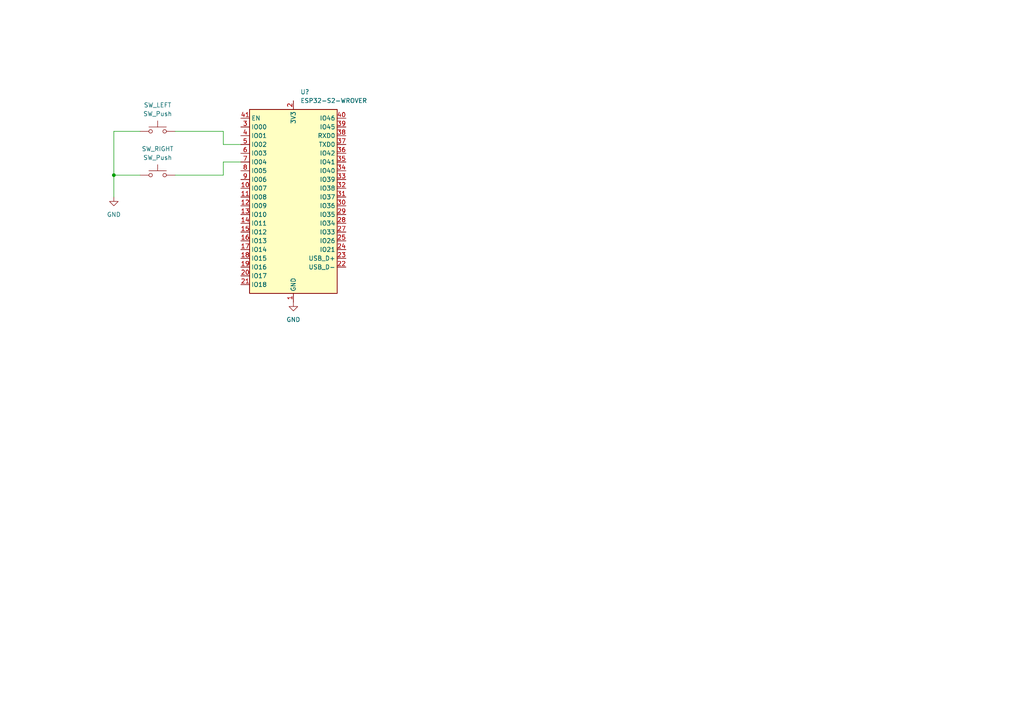
<source format=kicad_sch>
(kicad_sch (version 20211123) (generator eeschema)
  (paper "A4")
  (lib_symbols
    (symbol "RF_Module:ESP32-S2-WROVER"
      (property "Reference" "U" (at -12.7 29.21 0))
      (property "Value" "ESP32-S2-WROVER" (at 2.54 29.21 0))
      (symbol "ESP32-S2-WROVER_0_1"
        (rectangle (start -12.7 27.94) (end 12.7 -25.4) (stroke (width 0.254)) (fill (type background)))
      )
      (symbol "ESP32-S2-WROVER_1_1"
        (pin power_in line (at 0 -27.94 90) (length 2.54) (name "GND") (number "1"))
        (pin bidirectional line (at -15.24 5.08 0) (length 2.54) (name "IO07") (number "10"))
        (pin bidirectional line (at -15.24 2.54 0) (length 2.54) (name "IO08") (number "11"))
        (pin bidirectional line (at -15.24 0 0) (length 2.54) (name "IO09") (number "12"))
        (pin bidirectional line (at -15.24 -2.54 0) (length 2.54) (name "IO10") (number "13"))
        (pin bidirectional line (at -15.24 -5.08 0) (length 2.54) (name "IO11") (number "14"))
        (pin bidirectional line (at -15.24 -7.62 0) (length 2.54) (name "IO12") (number "15"))
        (pin bidirectional line (at -15.24 -10.16 0) (length 2.54) (name "IO13") (number "16"))
        (pin bidirectional line (at -15.24 -12.7 0) (length 2.54) (name "IO14") (number "17"))
        (pin bidirectional line (at -15.24 -15.24 0) (length 2.54) (name "IO15") (number "18"))
        (pin bidirectional line (at -15.24 -17.78 0) (length 2.54) (name "IO16") (number "19"))
        (pin power_in line (at 0 30.48 270) (length 2.54) (name "3V3") (number "2"))
        (pin bidirectional line (at -15.24 -20.32 0) (length 2.54) (name "IO17") (number "20"))
        (pin bidirectional line (at -15.24 -22.86 0) (length 2.54) (name "IO18") (number "21"))
        (pin bidirectional line (at 15.24 -17.78 180) (length 2.54) (name "USB_D-") (number "22"))
        (pin bidirectional line (at 15.24 -15.24 180) (length 2.54) (name "USB_D+") (number "23"))
        (pin bidirectional line (at 15.24 -12.7 180) (length 2.54) (name "IO21") (number "24"))
        (pin bidirectional line (at 15.24 -10.16 180) (length 2.54) (name "IO26") (number "25"))
        (pin passive line (at 0 -27.94 90) (length 2.54) hide (name "GND") (number "26"))
        (pin bidirectional line (at 15.24 -7.62 180) (length 2.54) (name "IO33") (number "27"))
        (pin bidirectional line (at 15.24 -5.08 180) (length 2.54) (name "IO34") (number "28"))
        (pin bidirectional line (at 15.24 -2.54 180) (length 2.54) (name "IO35") (number "29"))
        (pin bidirectional line (at -15.24 22.86 0) (length 2.54) (name "IO00") (number "3"))
        (pin bidirectional line (at 15.24 0 180) (length 2.54) (name "IO36") (number "30"))
        (pin bidirectional line (at 15.24 2.54 180) (length 2.54) (name "IO37") (number "31"))
        (pin bidirectional line (at 15.24 5.08 180) (length 2.54) (name "IO38") (number "32"))
        (pin bidirectional line (at 15.24 7.62 180) (length 2.54) (name "IO39") (number "33"))
        (pin bidirectional line (at 15.24 10.16 180) (length 2.54) (name "IO40") (number "34"))
        (pin bidirectional line (at 15.24 12.7 180) (length 2.54) (name "IO41") (number "35"))
        (pin bidirectional line (at 15.24 15.24 180) (length 2.54) (name "IO42") (number "36"))
        (pin bidirectional line (at 15.24 17.78 180) (length 2.54) (name "TXD0") (number "37"))
        (pin bidirectional line (at 15.24 20.32 180) (length 2.54) (name "RXD0") (number "38"))
        (pin bidirectional line (at 15.24 22.86 180) (length 2.54) (name "IO45") (number "39"))
        (pin bidirectional line (at -15.24 20.32 0) (length 2.54) (name "IO01") (number "4"))
        (pin input line (at 15.24 25.4 180) (length 2.54) (name "IO46") (number "40"))
        (pin input line (at -15.24 25.4 0) (length 2.54) (name "EN") (number "41"))
        (pin passive line (at 0 -27.94 90) (length 2.54) hide (name "GND") (number "42"))
        (pin passive line (at 0 -27.94 90) (length 2.54) hide (name "GND") (number "43"))
        (pin bidirectional line (at -15.24 17.78 0) (length 2.54) (name "IO02") (number "5"))
        (pin bidirectional line (at -15.24 15.24 0) (length 2.54) (name "IO03") (number "6"))
        (pin bidirectional line (at -15.24 12.7 0) (length 2.54) (name "IO04") (number "7"))
        (pin bidirectional line (at -15.24 10.16 0) (length 2.54) (name "IO05") (number "8"))
        (pin bidirectional line (at -15.24 7.62 0) (length 2.54) (name "IO06") (number "9"))
      )
    )
    (symbol "Switch:SW_Push" (pin_numbers hide) (pin_names (offset 1.016) hide)
      (property "Reference" "SW" (at 1.27 2.54 0))
      (property "Value" "SW_Push" (at 0 -1.524 0))
      (symbol "SW_Push_0_1"
        (circle (center -2.032 0) (radius 0.508))
        (polyline (pts (xy 0 1.27) (xy 0 3.048)))
        (polyline (pts (xy 2.54 1.27) (xy -2.54 1.27)))
        (circle (center 2.032 0) (radius 0.508))
        (pin passive line (at -5.08 0 0) (length 2.54) (name "1") (number "1"))
        (pin passive line (at 5.08 0 180) (length 2.54) (name "2") (number "2"))
      )
    )
    (symbol "power:GND" (power) (pin_names (offset 0))
      (property "Value" "GND" (at 0 -3.81 0))
      (symbol "GND_0_1"
        (polyline (pts (xy 0 0) (xy 0 -1.27) (xy 1.27 -1.27) (xy 0 -2.54) (xy -1.27 -1.27) (xy 0 -1.27)))
      )
      (symbol "GND_1_1"
        (pin power_in line (at 0 0 270) (length 0) hide (name "GND") (number "1"))
      )
    )
  )
  (junction (at 33.02 50.8))
  (wire (pts (xy 64.77 50.8) (xy 64.77 46.99)))
  (wire (pts (xy 33.02 38.1) (xy 33.02 50.8)))
  (wire (pts (xy 64.77 46.99) (xy 69.85 46.99)))
  (wire (pts (xy 64.77 38.1) (xy 64.77 41.91)))
  (wire (pts (xy 33.02 50.8) (xy 33.02 57.15)))
  (wire (pts (xy 40.64 38.1) (xy 33.02 38.1)))
  (wire (pts (xy 50.8 50.8) (xy 64.77 50.8)))
  (wire (pts (xy 33.02 50.8) (xy 40.64 50.8)))
  (wire (pts (xy 64.77 41.91) (xy 69.85 41.91)))
  (wire (pts (xy 50.8 38.1) (xy 64.77 38.1)))
  (symbol (lib_id "Switch:SW_Push") (at 45.72 38.1 0) (unit 1)
    (property "Reference" "SW_LEFT" (at 45.72 30.48 0))
    (property "Value" "SW_Push" (at 45.72 33.02 0))
  )
  (symbol (lib_id "power:GND") (at 33.02 57.15 0) (unit 1)
    (property "Reference" "#PWR?" (effects hide))
    (property "Value" "GND" (at 33.02 62.23 0))
  )
  (symbol (lib_id "Switch:SW_Push") (at 45.72 50.8 0) (unit 1)
    (property "Reference" "SW_RIGHT" (at 45.72 43.18 0))
    (property "Value" "SW_Push" (at 45.72 45.72 0))
  )
  (symbol (lib_id "power:GND") (at 85.09 87.63 0) (unit 1)
    (property "Reference" "#PWR?" (effects hide))
    (property "Value" "GND" (at 85.09 92.71 0))
  )
  (symbol (lib_id "RF_Module:ESP32-S2-WROVER") (at 85.09 59.69 0) (unit 1)
    (property "Reference" "U?" (at 87.1094 26.67 0) (effects (justify left)))
    (property "Value" "ESP32-S2-WROVER" (at 87.1094 29.21 0) (effects (justify left)))
    (property "Footprint" "RF_Module:ESP32-S2-WROVER" (effects hide))
    (property "Datasheet" "https://www.espressif.com/sites/default/files/documentation/esp32-s2-wroom_esp32-s2-wroom-i_datasheet_en.pdf" (effects hide))
  )
)
</source>
